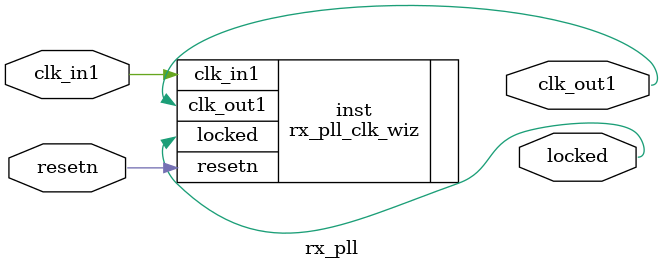
<source format=v>


`timescale 1ps/1ps

(* CORE_GENERATION_INFO = "rx_pll,clk_wiz_v6_0_4_0_0,{component_name=rx_pll,use_phase_alignment=true,use_min_o_jitter=false,use_max_i_jitter=false,use_dyn_phase_shift=false,use_inclk_switchover=false,use_dyn_reconfig=false,enable_axi=0,feedback_source=FDBK_AUTO,PRIMITIVE=PLL,num_out_clk=1,clkin1_period=8.000,clkin2_period=10.0,use_power_down=false,use_reset=true,use_locked=true,use_inclk_stopped=false,feedback_type=SINGLE,CLOCK_MGR_TYPE=NA,manual_override=false}" *)

module rx_pll 
 (
  // Clock out ports
  output        clk_out1,
  // Status and control signals
  input         resetn,
  output        locked,
 // Clock in ports
  input         clk_in1
 );

  rx_pll_clk_wiz inst
  (
  // Clock out ports  
  .clk_out1(clk_out1),
  // Status and control signals               
  .resetn(resetn), 
  .locked(locked),
 // Clock in ports
  .clk_in1(clk_in1)
  );

endmodule

</source>
